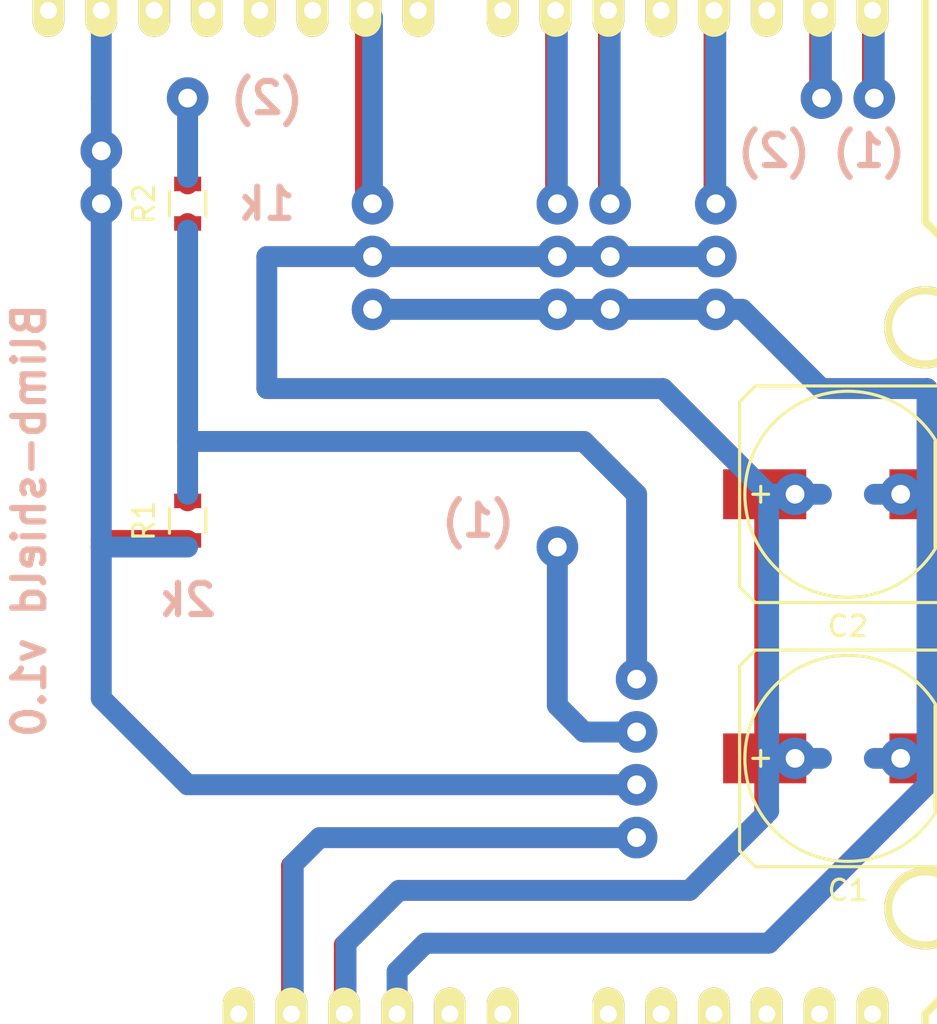
<source format=kicad_pcb>
(kicad_pcb (version 4) (host pcbnew 4.0.2-stable)

  (general
    (links 7)
    (no_connects 2)
    (area 5.364414 6.7596 81.581601 66.0836)
    (thickness 1.6)
    (drawings 6)
    (tracks 154)
    (zones 0)
    (modules 5)
    (nets 30)
  )

  (page A4)
  (layers
    (0 F.Cu signal hide)
    (31 B.Cu signal)
    (32 B.Adhes user hide)
    (33 F.Adhes user hide)
    (34 B.Paste user hide)
    (35 F.Paste user hide)
    (36 B.SilkS user)
    (37 F.SilkS user)
    (38 B.Mask user hide)
    (39 F.Mask user hide)
    (40 Dwgs.User user hide)
    (41 Cmts.User user hide)
    (42 Eco1.User user hide)
    (43 Eco2.User user hide)
    (44 Edge.Cuts user hide)
    (45 Margin user hide)
    (46 B.CrtYd user hide)
    (47 F.CrtYd user hide)
    (48 B.Fab user hide)
    (49 F.Fab user hide)
  )

  (setup
    (last_trace_width 1)
    (user_trace_width 1)
    (trace_clearance 0.2)
    (zone_clearance 0.508)
    (zone_45_only no)
    (trace_min 0.2)
    (segment_width 0.2)
    (edge_width 0.15)
    (via_size 0.6)
    (via_drill 0.4)
    (via_min_size 0.4)
    (via_min_drill 0.3)
    (user_via 1.4 0.9)
    (user_via 1.6 0.9)
    (user_via 2 0.9)
    (uvia_size 0.3)
    (uvia_drill 0.1)
    (uvias_allowed no)
    (uvia_min_size 0.2)
    (uvia_min_drill 0.1)
    (pcb_text_width 0.3)
    (pcb_text_size 1.5 1.5)
    (mod_edge_width 0.15)
    (mod_text_size 1 1)
    (mod_text_width 0.15)
    (pad_size 1.524 1.524)
    (pad_drill 0.762)
    (pad_to_mask_clearance 0.2)
    (aux_axis_origin 0 0)
    (visible_elements 7FFFFFFF)
    (pcbplotparams
      (layerselection 0x00000_80000000)
      (usegerberextensions false)
      (excludeedgelayer true)
      (linewidth 0.100000)
      (plotframeref false)
      (viasonmask false)
      (mode 1)
      (useauxorigin false)
      (hpglpennumber 1)
      (hpglpenspeed 20)
      (hpglpendiameter 15)
      (hpglpenoverlay 2)
      (psnegative false)
      (psa4output false)
      (plotreference true)
      (plotvalue true)
      (plotinvisibletext false)
      (padsonsilk false)
      (subtractmaskfromsilk false)
      (outputformat 4)
      (mirror true)
      (drillshape 2)
      (scaleselection 1)
      (outputdirectory " "))
  )

  (net 0 "")
  (net 1 "Net-(C1-Pad1)")
  (net 2 "Net-(C1-Pad2)")
  (net 3 "Net-(servo_bt_shield1-PadAD5)")
  (net 4 "Net-(servo_bt_shield1-PadAD4)")
  (net 5 "Net-(servo_bt_shield1-PadAD3)")
  (net 6 "Net-(servo_bt_shield1-PadAD0)")
  (net 7 "Net-(servo_bt_shield1-PadAD1)")
  (net 8 "Net-(servo_bt_shield1-PadAD2)")
  (net 9 "Net-(servo_bt_shield1-PadV_IN)")
  (net 10 "Net-(servo_bt_shield1-Pad3V3)")
  (net 11 "Net-(servo_bt_shield1-PadRST)")
  (net 12 "Net-(servo_bt_shield1-Pad0)")
  (net 13 "Net-(servo_bt_shield1-Pad2)")
  (net 14 "Net-(servo_bt_shield1-Pad3)")
  (net 15 "Net-(servo_bt_shield1-Pad4)")
  (net 16 "Net-(servo_bt_shield1-Pad5)")
  (net 17 "Net-(servo_bt_shield1-Pad6)")
  (net 18 "Net-(servo_bt_shield1-Pad7)")
  (net 19 "Net-(servo_bt_shield1-Pad8)")
  (net 20 "Net-(servo_bt_shield1-Pad9)")
  (net 21 "Net-(servo_bt_shield1-Pad10)")
  (net 22 "Net-(servo_bt_shield1-Pad11)")
  (net 23 "Net-(servo_bt_shield1-Pad12)")
  (net 24 "Net-(servo_bt_shield1-Pad13)")
  (net 25 "Net-(servo_bt_shield1-PadGND3)")
  (net 26 "Net-(servo_bt_shield1-PadAREF)")
  (net 27 "Net-(R1-Pad1)")
  (net 28 "Net-(R2-Pad2)")
  (net 29 "Net-(R1-Pad2)")

  (net_class Default "This is the default net class."
    (clearance 0.2)
    (trace_width 0.25)
    (via_dia 0.6)
    (via_drill 0.4)
    (uvia_dia 0.3)
    (uvia_drill 0.1)
    (add_net "Net-(R1-Pad1)")
    (add_net "Net-(R1-Pad2)")
    (add_net "Net-(R2-Pad2)")
  )

  (net_class testi ""
    (clearance 0.2)
    (trace_width 1)
    (via_dia 2)
    (via_drill 0.9)
    (uvia_dia 0.3)
    (uvia_drill 0.1)
    (add_net "Net-(C1-Pad1)")
    (add_net "Net-(C1-Pad2)")
    (add_net "Net-(servo_bt_shield1-Pad0)")
    (add_net "Net-(servo_bt_shield1-Pad10)")
    (add_net "Net-(servo_bt_shield1-Pad11)")
    (add_net "Net-(servo_bt_shield1-Pad12)")
    (add_net "Net-(servo_bt_shield1-Pad13)")
    (add_net "Net-(servo_bt_shield1-Pad2)")
    (add_net "Net-(servo_bt_shield1-Pad3)")
    (add_net "Net-(servo_bt_shield1-Pad3V3)")
    (add_net "Net-(servo_bt_shield1-Pad4)")
    (add_net "Net-(servo_bt_shield1-Pad5)")
    (add_net "Net-(servo_bt_shield1-Pad6)")
    (add_net "Net-(servo_bt_shield1-Pad7)")
    (add_net "Net-(servo_bt_shield1-Pad8)")
    (add_net "Net-(servo_bt_shield1-Pad9)")
    (add_net "Net-(servo_bt_shield1-PadAD0)")
    (add_net "Net-(servo_bt_shield1-PadAD1)")
    (add_net "Net-(servo_bt_shield1-PadAD2)")
    (add_net "Net-(servo_bt_shield1-PadAD3)")
    (add_net "Net-(servo_bt_shield1-PadAD4)")
    (add_net "Net-(servo_bt_shield1-PadAD5)")
    (add_net "Net-(servo_bt_shield1-PadAREF)")
    (add_net "Net-(servo_bt_shield1-PadGND3)")
    (add_net "Net-(servo_bt_shield1-PadRST)")
    (add_net "Net-(servo_bt_shield1-PadV_IN)")
  )

  (module "arduino_shields:ARDUINO SHIELD" (layer F.Cu) (tedit 56DD9891) (tstamp 56DD93D6)
    (at 12.6111 65.6336)
    (path /56DD8ABF)
    (fp_text reference servo_bt_shield1 (at 2.54 -57.15) (layer F.SilkS)
      (effects (font (thickness 0.3048)))
    )
    (fp_text value ARDUINO_SHIELD (at 5.08 -54.61) (layer F.SilkS) hide
      (effects (font (thickness 0.3048)))
    )
    (fp_line (start 66.04 -40.64) (end 66.04 -52.07) (layer F.SilkS) (width 0.381))
    (fp_line (start 66.04 -52.07) (end 64.77 -53.34) (layer F.SilkS) (width 0.381))
    (fp_line (start 64.77 -53.34) (end 0 -53.34) (layer F.SilkS) (width 0.381))
    (fp_line (start 66.04 0) (end 0 0) (layer F.SilkS) (width 0.381))
    (fp_line (start 0 0) (end 0 -53.34) (layer F.SilkS) (width 0.381))
    (fp_line (start 66.04 -40.64) (end 68.58 -38.1) (layer F.SilkS) (width 0.381))
    (fp_line (start 68.58 -38.1) (end 68.58 -5.08) (layer F.SilkS) (width 0.381))
    (fp_line (start 68.58 -5.08) (end 66.04 -2.54) (layer F.SilkS) (width 0.381))
    (fp_line (start 66.04 -2.54) (end 66.04 0) (layer F.SilkS) (width 0.381))
    (pad AD5 thru_hole oval (at 63.5 -2.54 90) (size 2.54 1.524) (drill 0.8128) (layers *.Cu *.Mask F.SilkS)
      (net 3 "Net-(servo_bt_shield1-PadAD5)"))
    (pad AD4 thru_hole oval (at 60.96 -2.54 90) (size 2.54 1.524) (drill 0.8128) (layers *.Cu *.Mask F.SilkS)
      (net 4 "Net-(servo_bt_shield1-PadAD4)"))
    (pad AD3 thru_hole oval (at 58.42 -2.54 90) (size 2.54 1.524) (drill 0.8128) (layers *.Cu *.Mask F.SilkS)
      (net 5 "Net-(servo_bt_shield1-PadAD3)"))
    (pad AD0 thru_hole oval (at 50.8 -2.54 90) (size 2.54 1.524) (drill 0.8128) (layers *.Cu *.Mask F.SilkS)
      (net 6 "Net-(servo_bt_shield1-PadAD0)"))
    (pad AD1 thru_hole oval (at 53.34 -2.54 90) (size 2.54 1.524) (drill 0.8128) (layers *.Cu *.Mask F.SilkS)
      (net 7 "Net-(servo_bt_shield1-PadAD1)"))
    (pad AD2 thru_hole oval (at 55.88 -2.54 90) (size 2.54 1.524) (drill 0.8128) (layers *.Cu *.Mask F.SilkS)
      (net 8 "Net-(servo_bt_shield1-PadAD2)"))
    (pad V_IN thru_hole oval (at 45.72 -2.54 90) (size 2.54 1.524) (drill 0.8128) (layers *.Cu *.Mask F.SilkS)
      (net 9 "Net-(servo_bt_shield1-PadV_IN)"))
    (pad GND2 thru_hole oval (at 43.18 -2.54 90) (size 2.54 1.524) (drill 0.8128) (layers *.Cu *.Mask F.SilkS)
      (net 27 "Net-(R1-Pad1)"))
    (pad GND1 thru_hole oval (at 40.64 -2.54 90) (size 2.54 1.524) (drill 0.8128) (layers *.Cu *.Mask F.SilkS)
      (net 2 "Net-(C1-Pad2)"))
    (pad 3V3 thru_hole oval (at 35.56 -2.54 90) (size 2.54 1.524) (drill 0.8128) (layers *.Cu *.Mask F.SilkS)
      (net 10 "Net-(servo_bt_shield1-Pad3V3)"))
    (pad RST thru_hole oval (at 33.02 -2.54 90) (size 2.54 1.524) (drill 0.8128) (layers *.Cu *.Mask F.SilkS)
      (net 11 "Net-(servo_bt_shield1-PadRST)"))
    (pad 0 thru_hole oval (at 63.5 -50.8 90) (size 2.54 1.524) (drill 0.8128) (layers *.Cu *.Mask F.SilkS)
      (net 12 "Net-(servo_bt_shield1-Pad0)"))
    (pad 1 thru_hole oval (at 60.96 -50.8 90) (size 2.54 1.524) (drill 0.8128) (layers *.Cu *.Mask F.SilkS)
      (net 28 "Net-(R2-Pad2)"))
    (pad 2 thru_hole oval (at 58.42 -50.8 90) (size 2.54 1.524) (drill 0.8128) (layers *.Cu *.Mask F.SilkS)
      (net 13 "Net-(servo_bt_shield1-Pad2)"))
    (pad 3 thru_hole oval (at 55.88 -50.8 90) (size 2.54 1.524) (drill 0.8128) (layers *.Cu *.Mask F.SilkS)
      (net 14 "Net-(servo_bt_shield1-Pad3)"))
    (pad 4 thru_hole oval (at 53.34 -50.8 90) (size 2.54 1.524) (drill 0.8128) (layers *.Cu *.Mask F.SilkS)
      (net 15 "Net-(servo_bt_shield1-Pad4)"))
    (pad 5 thru_hole oval (at 50.8 -50.8 90) (size 2.54 1.524) (drill 0.8128) (layers *.Cu *.Mask F.SilkS)
      (net 16 "Net-(servo_bt_shield1-Pad5)"))
    (pad 6 thru_hole oval (at 48.26 -50.8 90) (size 2.54 1.524) (drill 0.8128) (layers *.Cu *.Mask F.SilkS)
      (net 17 "Net-(servo_bt_shield1-Pad6)"))
    (pad 7 thru_hole oval (at 45.72 -50.8 90) (size 2.54 1.524) (drill 0.8128) (layers *.Cu *.Mask F.SilkS)
      (net 18 "Net-(servo_bt_shield1-Pad7)"))
    (pad 8 thru_hole oval (at 41.656 -50.8 90) (size 2.54 1.524) (drill 0.8128) (layers *.Cu *.Mask F.SilkS)
      (net 19 "Net-(servo_bt_shield1-Pad8)"))
    (pad 9 thru_hole oval (at 39.116 -50.8 90) (size 2.54 1.524) (drill 0.8128) (layers *.Cu *.Mask F.SilkS)
      (net 20 "Net-(servo_bt_shield1-Pad9)"))
    (pad 10 thru_hole oval (at 36.576 -50.8 90) (size 2.54 1.524) (drill 0.8128) (layers *.Cu *.Mask F.SilkS)
      (net 21 "Net-(servo_bt_shield1-Pad10)"))
    (pad 11 thru_hole oval (at 34.036 -50.8 90) (size 2.54 1.524) (drill 0.8128) (layers *.Cu *.Mask F.SilkS)
      (net 22 "Net-(servo_bt_shield1-Pad11)"))
    (pad 12 thru_hole oval (at 31.496 -50.8 90) (size 2.54 1.524) (drill 0.8128) (layers *.Cu *.Mask F.SilkS)
      (net 23 "Net-(servo_bt_shield1-Pad12)"))
    (pad 13 thru_hole oval (at 28.956 -50.8 90) (size 2.54 1.524) (drill 0.8128) (layers *.Cu *.Mask F.SilkS)
      (net 24 "Net-(servo_bt_shield1-Pad13)"))
    (pad GND3 thru_hole oval (at 26.416 -50.8 90) (size 2.54 1.524) (drill 0.8128) (layers *.Cu *.Mask F.SilkS)
      (net 25 "Net-(servo_bt_shield1-PadGND3)"))
    (pad AREF thru_hole oval (at 23.876 -50.8 90) (size 2.54 1.524) (drill 0.8128) (layers *.Cu *.Mask F.SilkS)
      (net 26 "Net-(servo_bt_shield1-PadAREF)"))
    (pad 5V thru_hole oval (at 38.1 -2.54 90) (size 2.54 1.524) (drill 0.8128) (layers *.Cu *.Mask F.SilkS)
      (net 1 "Net-(C1-Pad1)"))
    (pad "" thru_hole circle (at 66.04 -7.62 90) (size 3.937 3.937) (drill 3.175) (layers *.Cu *.Mask F.SilkS))
    (pad "" thru_hole circle (at 66.04 -35.56 90) (size 3.937 3.937) (drill 3.175) (layers *.Cu *.Mask F.SilkS))
    (pad "" thru_hole circle (at 15.24 -50.8 90) (size 3.937 3.937) (drill 3.175) (layers *.Cu *.Mask F.SilkS))
    (pad "" thru_hole circle (at 13.97 -2.54 90) (size 3.937 3.937) (drill 3.175) (layers *.Cu *.Mask F.SilkS))
  )

  (module Capacitors_SMD:c_elec_10x10.5 (layer F.Cu) (tedit 557297E9) (tstamp 56DD93AC)
    (at 74.93 50.8 180)
    (descr "SMT capacitor, aluminium electrolytic, 10x10.5")
    (path /56DD9146)
    (attr smd)
    (fp_text reference C1 (at 0 -6.35 180) (layer F.SilkS)
      (effects (font (size 1 1) (thickness 0.15)))
    )
    (fp_text value 220uF (at 0 6.35 180) (layer F.Fab)
      (effects (font (size 1 1) (thickness 0.15)))
    )
    (fp_line (start -6.35 -5.6) (end 6.35 -5.6) (layer F.CrtYd) (width 0.05))
    (fp_line (start 6.35 -5.6) (end 6.35 5.6) (layer F.CrtYd) (width 0.05))
    (fp_line (start 6.35 5.6) (end -6.35 5.6) (layer F.CrtYd) (width 0.05))
    (fp_line (start -6.35 5.6) (end -6.35 -5.6) (layer F.CrtYd) (width 0.05))
    (fp_line (start -4.826 1.016) (end -4.826 -1.016) (layer F.SilkS) (width 0.15))
    (fp_line (start -4.699 -1.397) (end -4.699 1.524) (layer F.SilkS) (width 0.15))
    (fp_line (start -4.572 1.778) (end -4.572 -1.778) (layer F.SilkS) (width 0.15))
    (fp_line (start -4.445 -2.159) (end -4.445 2.159) (layer F.SilkS) (width 0.15))
    (fp_line (start -4.318 2.413) (end -4.318 -2.413) (layer F.SilkS) (width 0.15))
    (fp_line (start -4.191 -2.54) (end -4.191 2.54) (layer F.SilkS) (width 0.15))
    (fp_line (start -5.207 -5.207) (end -5.207 5.207) (layer F.SilkS) (width 0.15))
    (fp_line (start -5.207 5.207) (end 4.445 5.207) (layer F.SilkS) (width 0.15))
    (fp_line (start 4.445 5.207) (end 5.207 4.445) (layer F.SilkS) (width 0.15))
    (fp_line (start 5.207 4.445) (end 5.207 -4.445) (layer F.SilkS) (width 0.15))
    (fp_line (start 5.207 -4.445) (end 4.445 -5.207) (layer F.SilkS) (width 0.15))
    (fp_line (start 4.445 -5.207) (end -5.207 -5.207) (layer F.SilkS) (width 0.15))
    (fp_line (start 4.572 0) (end 3.81 0) (layer F.SilkS) (width 0.15))
    (fp_line (start 4.191 -0.381) (end 4.191 0.381) (layer F.SilkS) (width 0.15))
    (fp_circle (center 0 0) (end 4.953 0) (layer F.SilkS) (width 0.15))
    (pad 1 smd rect (at 4.0005 0 180) (size 4.0005 2.4003) (layers F.Cu F.Paste F.Mask)
      (net 1 "Net-(C1-Pad1)"))
    (pad 2 smd rect (at -4.0005 0 180) (size 4.0005 2.4003) (layers F.Cu F.Paste F.Mask)
      (net 2 "Net-(C1-Pad2)"))
    (model Capacitors_SMD.3dshapes/c_elec_10x10.5.wrl
      (at (xyz 0 0 0))
      (scale (xyz 1 1 1))
      (rotate (xyz 0 0 0))
    )
  )

  (module Capacitors_SMD:c_elec_10x10.5 (layer F.Cu) (tedit 557297E9) (tstamp 56DD93B2)
    (at 74.93 38.1 180)
    (descr "SMT capacitor, aluminium electrolytic, 10x10.5")
    (path /56DD903F)
    (attr smd)
    (fp_text reference C2 (at 0 -6.35 180) (layer F.SilkS)
      (effects (font (size 1 1) (thickness 0.15)))
    )
    (fp_text value 220uF (at 0 6.35 180) (layer F.Fab)
      (effects (font (size 1 1) (thickness 0.15)))
    )
    (fp_line (start -6.35 -5.6) (end 6.35 -5.6) (layer F.CrtYd) (width 0.05))
    (fp_line (start 6.35 -5.6) (end 6.35 5.6) (layer F.CrtYd) (width 0.05))
    (fp_line (start 6.35 5.6) (end -6.35 5.6) (layer F.CrtYd) (width 0.05))
    (fp_line (start -6.35 5.6) (end -6.35 -5.6) (layer F.CrtYd) (width 0.05))
    (fp_line (start -4.826 1.016) (end -4.826 -1.016) (layer F.SilkS) (width 0.15))
    (fp_line (start -4.699 -1.397) (end -4.699 1.524) (layer F.SilkS) (width 0.15))
    (fp_line (start -4.572 1.778) (end -4.572 -1.778) (layer F.SilkS) (width 0.15))
    (fp_line (start -4.445 -2.159) (end -4.445 2.159) (layer F.SilkS) (width 0.15))
    (fp_line (start -4.318 2.413) (end -4.318 -2.413) (layer F.SilkS) (width 0.15))
    (fp_line (start -4.191 -2.54) (end -4.191 2.54) (layer F.SilkS) (width 0.15))
    (fp_line (start -5.207 -5.207) (end -5.207 5.207) (layer F.SilkS) (width 0.15))
    (fp_line (start -5.207 5.207) (end 4.445 5.207) (layer F.SilkS) (width 0.15))
    (fp_line (start 4.445 5.207) (end 5.207 4.445) (layer F.SilkS) (width 0.15))
    (fp_line (start 5.207 4.445) (end 5.207 -4.445) (layer F.SilkS) (width 0.15))
    (fp_line (start 5.207 -4.445) (end 4.445 -5.207) (layer F.SilkS) (width 0.15))
    (fp_line (start 4.445 -5.207) (end -5.207 -5.207) (layer F.SilkS) (width 0.15))
    (fp_line (start 4.572 0) (end 3.81 0) (layer F.SilkS) (width 0.15))
    (fp_line (start 4.191 -0.381) (end 4.191 0.381) (layer F.SilkS) (width 0.15))
    (fp_circle (center 0 0) (end 4.953 0) (layer F.SilkS) (width 0.15))
    (pad 1 smd rect (at 4.0005 0 180) (size 4.0005 2.4003) (layers F.Cu F.Paste F.Mask)
      (net 1 "Net-(C1-Pad1)"))
    (pad 2 smd rect (at -4.0005 0 180) (size 4.0005 2.4003) (layers F.Cu F.Paste F.Mask)
      (net 2 "Net-(C1-Pad2)"))
    (model Capacitors_SMD.3dshapes/c_elec_10x10.5.wrl
      (at (xyz 0 0 0))
      (scale (xyz 1 1 1))
      (rotate (xyz 0 0 0))
    )
  )

  (module Resistors_SMD:R_0805 (layer F.Cu) (tedit 5415CDEB) (tstamp 56FCDC71)
    (at 43.18 39.37 90)
    (descr "Resistor SMD 0805, reflow soldering, Vishay (see dcrcw.pdf)")
    (tags "resistor 0805")
    (path /56FCD8C5)
    (attr smd)
    (fp_text reference R1 (at 0 -2.1 90) (layer F.SilkS)
      (effects (font (size 1 1) (thickness 0.15)))
    )
    (fp_text value 2k (at 0 2.1 90) (layer F.Fab)
      (effects (font (size 1 1) (thickness 0.15)))
    )
    (fp_line (start -1.6 -1) (end 1.6 -1) (layer F.CrtYd) (width 0.05))
    (fp_line (start -1.6 1) (end 1.6 1) (layer F.CrtYd) (width 0.05))
    (fp_line (start -1.6 -1) (end -1.6 1) (layer F.CrtYd) (width 0.05))
    (fp_line (start 1.6 -1) (end 1.6 1) (layer F.CrtYd) (width 0.05))
    (fp_line (start 0.6 0.875) (end -0.6 0.875) (layer F.SilkS) (width 0.15))
    (fp_line (start -0.6 -0.875) (end 0.6 -0.875) (layer F.SilkS) (width 0.15))
    (pad 1 smd rect (at -0.95 0 90) (size 0.7 1.3) (layers F.Cu F.Paste F.Mask)
      (net 27 "Net-(R1-Pad1)"))
    (pad 2 smd rect (at 0.95 0 90) (size 0.7 1.3) (layers F.Cu F.Paste F.Mask)
      (net 29 "Net-(R1-Pad2)"))
    (model Resistors_SMD.3dshapes/R_0805.wrl
      (at (xyz 0 0 0))
      (scale (xyz 1 1 1))
      (rotate (xyz 0 0 0))
    )
  )

  (module Resistors_SMD:R_0805 (layer F.Cu) (tedit 5415CDEB) (tstamp 56FCDC77)
    (at 43.18 24.13 90)
    (descr "Resistor SMD 0805, reflow soldering, Vishay (see dcrcw.pdf)")
    (tags "resistor 0805")
    (path /56FCD874)
    (attr smd)
    (fp_text reference R2 (at 0 -2.1 90) (layer F.SilkS)
      (effects (font (size 1 1) (thickness 0.15)))
    )
    (fp_text value 1k (at 0 2.1 90) (layer F.Fab)
      (effects (font (size 1 1) (thickness 0.15)))
    )
    (fp_line (start -1.6 -1) (end 1.6 -1) (layer F.CrtYd) (width 0.05))
    (fp_line (start -1.6 1) (end 1.6 1) (layer F.CrtYd) (width 0.05))
    (fp_line (start -1.6 -1) (end -1.6 1) (layer F.CrtYd) (width 0.05))
    (fp_line (start 1.6 -1) (end 1.6 1) (layer F.CrtYd) (width 0.05))
    (fp_line (start 0.6 0.875) (end -0.6 0.875) (layer F.SilkS) (width 0.15))
    (fp_line (start -0.6 -0.875) (end 0.6 -0.875) (layer F.SilkS) (width 0.15))
    (pad 1 smd rect (at -0.95 0 90) (size 0.7 1.3) (layers F.Cu F.Paste F.Mask)
      (net 29 "Net-(R1-Pad2)"))
    (pad 2 smd rect (at 0.95 0 90) (size 0.7 1.3) (layers F.Cu F.Paste F.Mask)
      (net 28 "Net-(R2-Pad2)"))
    (model Resistors_SMD.3dshapes/R_0805.wrl
      (at (xyz 0 0 0))
      (scale (xyz 1 1 1))
      (rotate (xyz 0 0 0))
    )
  )

  (gr_text "Blimb-shield v1.0" (at 35.56 39.37 90) (layer B.SilkS)
    (effects (font (size 1.5 1.5) (thickness 0.3)) (justify mirror))
  )
  (gr_text 1k (at 46.99 24.13) (layer B.SilkS)
    (effects (font (size 1.5 1.5) (thickness 0.3)) (justify mirror))
  )
  (gr_text 2k (at 43.18 43.18) (layer B.SilkS)
    (effects (font (size 1.5 1.5) (thickness 0.3)) (justify mirror))
  )
  (gr_text "(1)" (at 57.15 39.37) (layer B.SilkS)
    (effects (font (size 1.5 1.5) (thickness 0.3)) (justify mirror))
  )
  (gr_text "(2)" (at 46.99 19.05) (layer B.SilkS)
    (effects (font (size 1.5 1.5) (thickness 0.3)) (justify mirror))
  )
  (gr_text "(1) (2)" (at 73.66 21.59) (layer B.SilkS)
    (effects (font (size 1.5 1.5) (thickness 0.3)) (justify mirror))
  )

  (segment (start 64.77 49.53) (end 62.23 49.53) (width 1) (layer B.Cu) (net 0))
  (segment (start 62.23 49.53) (end 60.96 48.26) (width 1) (layer F.Cu) (net 0) (tstamp 56FCDF7F))
  (segment (start 60.96 48.26) (end 60.96 40.64) (width 1) (layer F.Cu) (net 0) (tstamp 56FCDF85))
  (via (at 60.96 40.64) (size 2) (drill 0.9) (layers F.Cu B.Cu) (net 0))
  (via (at 64.77 49.53) (size 2) (drill 0.9) (layers F.Cu B.Cu) (net 0))
  (segment (start 64.77 49.53) (end 62.23 49.53) (width 1) (layer F.Cu) (net 0))
  (segment (start 60.96 48.26) (end 60.96 40.64) (width 1) (layer B.Cu) (net 0) (tstamp 56FCE2B0))
  (segment (start 62.23 49.53) (end 60.96 48.26) (width 1) (layer B.Cu) (net 0) (tstamp 56FCE2AF))
  (segment (start 72.39 38.1) (end 70.9295 38.1) (width 1) (layer F.Cu) (net 1) (tstamp 56FFA0FB))
  (via (at 72.39 38.1) (size 2) (drill 0.9) (layers F.Cu B.Cu) (net 1))
  (segment (start 72.39 50.8) (end 70.9295 50.8) (width 1) (layer F.Cu) (net 1) (tstamp 56FFA0C8))
  (via (at 72.39 50.8) (size 2) (drill 0.9) (layers F.Cu B.Cu) (net 1))
  (segment (start 68.58 26.67) (end 63.5 26.67) (width 1) (layer F.Cu) (net 1))
  (via (at 63.5 26.67) (size 2) (drill 0.9) (layers F.Cu B.Cu) (net 1))
  (segment (start 60.96 26.67) (end 52.07 26.67) (width 1) (layer F.Cu) (net 1))
  (via (at 52.07 26.67) (size 2) (drill 0.9) (layers F.Cu B.Cu) (net 1))
  (segment (start 46.99 26.67) (end 52.07 26.67) (width 1) (layer F.Cu) (net 1) (tstamp 56DDA20E))
  (segment (start 46.99 33.02) (end 46.99 26.67) (width 1) (layer F.Cu) (net 1) (tstamp 56DDA1B9))
  (segment (start 66.04 33.02) (end 46.99 33.02) (width 1) (layer F.Cu) (net 1) (tstamp 56DDA1B6))
  (segment (start 70.9295 37.9095) (end 66.04 33.02) (width 1) (layer F.Cu) (net 1) (tstamp 56DDA1B5))
  (via (at 60.96 26.67) (size 2) (drill 0.9) (layers F.Cu B.Cu) (net 1))
  (segment (start 63.5 26.67) (end 60.96 26.67) (width 1) (layer F.Cu) (net 1))
  (via (at 68.58 26.67) (size 2) (drill 0.9) (layers F.Cu B.Cu) (net 1))
  (segment (start 50.7111 63.0936) (end 50.7111 59.7789) (width 1) (layer F.Cu) (net 1))
  (segment (start 50.7111 59.7789) (end 53.34 57.15) (width 1) (layer F.Cu) (net 1) (tstamp 56DDA3A6))
  (segment (start 53.34 57.15) (end 67.31 57.15) (width 1) (layer F.Cu) (net 1) (tstamp 56DDA3A9))
  (segment (start 67.31 57.15) (end 70.9295 53.5305) (width 1) (layer F.Cu) (net 1) (tstamp 56DDA3AD))
  (segment (start 70.9295 53.5305) (end 70.9295 50.8) (width 1) (layer F.Cu) (net 1) (tstamp 56DDA3B4))
  (segment (start 70.9295 50.8) (end 70.9295 37.9095) (width 1) (layer F.Cu) (net 1) (tstamp 56DDA1B4))
  (segment (start 71.12 38.1) (end 72.39 38.1) (width 1) (layer B.Cu) (net 1))
  (segment (start 71.12 38.1) (end 73.66 38.1) (width 1) (layer B.Cu) (net 1))
  (segment (start 71.12 50.8) (end 72.39 50.8) (width 1) (layer B.Cu) (net 1))
  (segment (start 71.12 50.8) (end 73.66 50.8) (width 1) (layer B.Cu) (net 1))
  (segment (start 71.12 50.8) (end 71.12 53.34) (width 1) (layer B.Cu) (net 1) (tstamp 56FCE28E))
  (segment (start 71.12 53.34) (end 67.31 57.15) (width 1) (layer B.Cu) (net 1) (tstamp 56FCE292))
  (segment (start 67.31 57.15) (end 53.34 57.15) (width 1) (layer B.Cu) (net 1) (tstamp 56FCE293))
  (segment (start 53.34 57.15) (end 50.8 59.69) (width 1) (layer B.Cu) (net 1) (tstamp 56FCE294))
  (segment (start 50.8 59.69) (end 50.8 63.0047) (width 1) (layer B.Cu) (net 1) (tstamp 56FCE295))
  (segment (start 68.58 26.67) (end 46.99 26.67) (width 1) (layer B.Cu) (net 1))
  (segment (start 46.99 26.67) (end 46.99 33.02) (width 1) (layer B.Cu) (net 1) (tstamp 56FCE289))
  (segment (start 46.99 33.02) (end 66.04 33.02) (width 1) (layer B.Cu) (net 1) (tstamp 56FCE28A))
  (segment (start 66.04 33.02) (end 71.12 38.1) (width 1) (layer B.Cu) (net 1) (tstamp 56FCE28B))
  (segment (start 71.12 38.1) (end 71.12 50.8) (width 1) (layer B.Cu) (net 1) (tstamp 56FCE28D))
  (segment (start 50.8 63.0047) (end 50.7111 63.0936) (width 1) (layer B.Cu) (net 1) (tstamp 56FCE296))
  (segment (start 77.47 38.1) (end 78.9305 38.1) (width 1) (layer F.Cu) (net 2) (tstamp 56FFA0F6))
  (via (at 77.47 38.1) (size 2) (drill 0.9) (layers F.Cu B.Cu) (net 2))
  (segment (start 77.47 50.8) (end 78.9305 50.8) (width 1) (layer F.Cu) (net 2) (tstamp 56FFA0CE))
  (via (at 77.47 50.8) (size 2) (drill 0.9) (layers F.Cu B.Cu) (net 2))
  (via (at 52.07 29.21) (size 2) (drill 0.9) (layers F.Cu B.Cu) (net 2))
  (segment (start 60.96 29.21) (end 63.5 29.21) (width 1) (layer F.Cu) (net 2))
  (via (at 63.5 29.21) (size 2) (drill 0.9) (layers F.Cu B.Cu) (net 2))
  (segment (start 78.74 33.02) (end 78.74 38.1) (width 1) (layer F.Cu) (net 2) (tstamp 56DDA0D1))
  (via (at 68.58 29.21) (size 2) (drill 0.9) (layers F.Cu B.Cu) (net 2))
  (segment (start 69.85 29.21) (end 68.58 29.21) (width 1) (layer F.Cu) (net 2) (tstamp 56DDA0FA))
  (segment (start 73.66 33.02) (end 69.85 29.21) (width 1) (layer F.Cu) (net 2) (tstamp 56DDA0D7))
  (segment (start 78.74 33.02) (end 73.66 33.02) (width 1) (layer F.Cu) (net 2) (tstamp 56DDA0D5))
  (segment (start 63.5 29.21) (end 68.58 29.21) (width 1) (layer F.Cu) (net 2))
  (via (at 60.96 29.21) (size 2) (drill 0.9) (layers F.Cu B.Cu) (net 2))
  (segment (start 52.07 29.21) (end 60.96 29.21) (width 1) (layer F.Cu) (net 2))
  (segment (start 53.2511 63.0936) (end 53.2511 61.0489) (width 1) (layer F.Cu) (net 2))
  (segment (start 78.74 52.07) (end 78.74 38.1) (width 1) (layer F.Cu) (net 2) (tstamp 56DDA0CF))
  (segment (start 71.12 59.69) (end 78.74 52.07) (width 1) (layer F.Cu) (net 2) (tstamp 56DDA0CD))
  (segment (start 54.61 59.69) (end 71.12 59.69) (width 1) (layer F.Cu) (net 2) (tstamp 56DDA0CC))
  (segment (start 53.2511 61.0489) (end 54.61 59.69) (width 1) (layer F.Cu) (net 2) (tstamp 56DDA0CB))
  (segment (start 53.2511 63.0936) (end 53.2511 62.3189) (width 1) (layer F.Cu) (net 2))
  (segment (start 78.74 38.1) (end 77.47 38.1) (width 1) (layer B.Cu) (net 2))
  (segment (start 78.74 38.1) (end 76.2 38.1) (width 1) (layer B.Cu) (net 2))
  (segment (start 78.74 50.8) (end 77.47 50.8) (width 1) (layer B.Cu) (net 2))
  (segment (start 78.74 50.8) (end 76.2 50.8) (width 1) (layer B.Cu) (net 2))
  (segment (start 53.2511 63.0936) (end 53.2511 61.0489) (width 1) (layer B.Cu) (net 2))
  (segment (start 69.85 29.21) (end 52.07 29.21) (width 1) (layer B.Cu) (net 2) (tstamp 56FCE2AA))
  (segment (start 73.66 33.02) (end 69.85 29.21) (width 1) (layer B.Cu) (net 2) (tstamp 56FCE2A9))
  (segment (start 78.74 33.02) (end 73.66 33.02) (width 1) (layer B.Cu) (net 2) (tstamp 56FCE2A6))
  (segment (start 78.74 52.07) (end 78.74 50.8) (width 1) (layer B.Cu) (net 2) (tstamp 56FCE2A4))
  (segment (start 78.74 50.8) (end 78.74 38.1) (width 1) (layer B.Cu) (net 2) (tstamp 56FFA083))
  (segment (start 78.74 38.1) (end 78.74 33.02) (width 1) (layer B.Cu) (net 2) (tstamp 56FFA0EE))
  (segment (start 71.12 59.69) (end 78.74 52.07) (width 1) (layer B.Cu) (net 2) (tstamp 56FCE2A3))
  (segment (start 54.61 59.69) (end 71.12 59.69) (width 1) (layer B.Cu) (net 2) (tstamp 56FCE2A2))
  (segment (start 53.2511 61.0489) (end 54.61 59.69) (width 1) (layer B.Cu) (net 2) (tstamp 56FCE2A1))
  (segment (start 48.1711 63.0936) (end 48.1711 55.9689) (width 1) (layer F.Cu) (net 10))
  (segment (start 64.77 54.61) (end 49.53 54.61) (width 1) (layer F.Cu) (net 10) (tstamp 56DDA409))
  (segment (start 48.1711 55.9689) (end 49.53 54.61) (width 1) (layer F.Cu) (net 10) (tstamp 56DDA405))
  (via (at 64.77 54.61) (size 2) (drill 0.9) (layers F.Cu B.Cu) (net 10))
  (segment (start 64.77 54.61) (end 49.53 54.61) (width 1) (layer B.Cu) (net 10))
  (segment (start 48.26 55.88) (end 48.26 63.0047) (width 1) (layer B.Cu) (net 10) (tstamp 56FCE29B))
  (segment (start 49.53 54.61) (end 48.26 55.88) (width 1) (layer B.Cu) (net 10) (tstamp 56FCE29A))
  (segment (start 48.26 63.0047) (end 48.1711 63.0936) (width 1) (layer B.Cu) (net 10) (tstamp 56FCE29C))
  (segment (start 76.1111 18.9611) (end 76.2 19.05) (width 1) (layer F.Cu) (net 12) (tstamp 56FCE00A))
  (via (at 76.2 19.05) (size 2) (drill 0.9) (layers F.Cu B.Cu) (net 12))
  (segment (start 76.1111 18.9611) (end 76.1111 14.8336) (width 1) (layer F.Cu) (net 12))
  (segment (start 76.2 14.9225) (end 76.2 19.05) (width 1) (layer B.Cu) (net 12))
  (segment (start 76.2 14.9225) (end 76.1111 14.8336) (width 1) (layer B.Cu) (net 12) (tstamp 56FCE27A))
  (segment (start 68.4911 24.0411) (end 68.58 24.13) (width 1) (layer F.Cu) (net 14) (tstamp 56DD9F22))
  (via (at 68.58 24.13) (size 2) (drill 0.9) (layers F.Cu B.Cu) (net 14))
  (segment (start 68.4911 24.0411) (end 68.4911 14.8336) (width 1) (layer F.Cu) (net 14))
  (segment (start 68.58 14.9225) (end 68.58 24.13) (width 1) (layer B.Cu) (net 14))
  (segment (start 68.58 14.9225) (end 68.4911 14.8336) (width 1) (layer B.Cu) (net 14) (tstamp 56FCE27D))
  (segment (start 63.4111 24.0411) (end 63.5 24.13) (width 1) (layer F.Cu) (net 16) (tstamp 56DD9F1B))
  (via (at 63.5 24.13) (size 2) (drill 0.9) (layers F.Cu B.Cu) (net 16))
  (segment (start 63.4111 24.0411) (end 63.4111 14.8336) (width 1) (layer F.Cu) (net 16))
  (segment (start 63.5 14.9225) (end 63.5 24.13) (width 1) (layer B.Cu) (net 16))
  (segment (start 63.5 14.9225) (end 63.4111 14.8336) (width 1) (layer B.Cu) (net 16) (tstamp 56FCE280))
  (segment (start 60.8711 24.0411) (end 60.96 24.13) (width 1) (layer F.Cu) (net 17) (tstamp 56DD9F0D))
  (via (at 60.96 24.13) (size 2) (drill 0.9) (layers F.Cu B.Cu) (net 17))
  (segment (start 60.8711 24.0411) (end 60.8711 14.8336) (width 1) (layer F.Cu) (net 17))
  (segment (start 60.96 14.9225) (end 60.96 24.13) (width 1) (layer B.Cu) (net 17))
  (segment (start 60.96 14.9225) (end 60.8711 14.8336) (width 1) (layer B.Cu) (net 17) (tstamp 56FCE283))
  (segment (start 51.7271 23.7871) (end 52.07 24.13) (width 1) (layer F.Cu) (net 20) (tstamp 56DD9F03))
  (via (at 52.07 24.13) (size 2) (drill 0.9) (layers F.Cu B.Cu) (net 20))
  (segment (start 51.7271 23.7871) (end 51.7271 14.8336) (width 1) (layer F.Cu) (net 20))
  (segment (start 52.07 15.1765) (end 52.07 24.13) (width 1) (layer B.Cu) (net 20))
  (segment (start 52.07 15.1765) (end 51.7271 14.8336) (width 1) (layer B.Cu) (net 20) (tstamp 56FCE286))
  (segment (start 39.0271 14.8336) (end 39.0271 19.05) (width 1) (layer B.Cu) (net 25))
  (segment (start 39.0271 19.05) (end 39.0271 21.59) (width 1) (layer B.Cu) (net 25))
  (via (at 39.0271 24.13) (size 2) (drill 0.9) (layers F.Cu B.Cu) (net 25))
  (via (at 39.0271 21.59) (size 2) (drill 0.9) (layers F.Cu B.Cu) (net 25))
  (segment (start 39.0271 40.64) (end 39.0271 24.13) (width 1) (layer F.Cu) (net 25) (tstamp 56FCDE7D))
  (segment (start 39.0271 21.59) (end 39.0271 24.13) (width 1) (layer F.Cu) (net 25) (tstamp 56DDA5BB))
  (segment (start 39.0271 47.9171) (end 39.0271 40.64) (width 1) (layer F.Cu) (net 25) (tstamp 56DDA5DC))
  (segment (start 39.0271 47.9171) (end 43.18 52.07) (width 1) (layer F.Cu) (net 25) (tstamp 56DDA440))
  (segment (start 64.77 52.07) (end 43.18 52.07) (width 1) (layer F.Cu) (net 25) (tstamp 56DDA44B))
  (via (at 64.77 52.07) (size 2) (drill 0.9) (layers F.Cu B.Cu) (net 25))
  (segment (start 39.37 40.64) (end 39.0271 40.64) (width 1) (layer F.Cu) (net 25) (tstamp 56FCDE7C))
  (segment (start 39.3471 40.64) (end 39.37 40.64) (width 1) (layer F.Cu) (net 25) (tstamp 56FCDE7B))
  (segment (start 39.0271 40.32) (end 39.3471 40.64) (width 1) (layer F.Cu) (net 25) (tstamp 56FCDE7A))
  (segment (start 39.0271 24.13) (end 39.0271 40.64) (width 1) (layer B.Cu) (net 25))
  (segment (start 39.0271 21.59) (end 39.0271 24.13) (width 1) (layer B.Cu) (net 25))
  (segment (start 39.0271 24.13) (end 39.37 24.13) (width 1) (layer B.Cu) (net 25) (tstamp 56DDA5DF))
  (segment (start 39.0271 21.59) (end 39.37 21.59) (width 1) (layer B.Cu) (net 25) (tstamp 56DDA5BE))
  (segment (start 43.18 40.64) (end 39.0271 40.64) (width 1) (layer B.Cu) (net 25))
  (segment (start 39.0271 40.64) (end 39.0271 47.9171) (width 1) (layer B.Cu) (net 25) (tstamp 56FCE26A))
  (segment (start 39.0271 47.9171) (end 43.18 52.07) (width 1) (layer B.Cu) (net 25) (tstamp 56FCE256))
  (segment (start 43.18 52.07) (end 64.77 52.07) (width 1) (layer B.Cu) (net 25) (tstamp 56FCE258))
  (segment (start 43.18 40.32) (end 39.0271 40.32) (width 1) (layer F.Cu) (net 27))
  (segment (start 73.5711 18.9611) (end 73.66 19.05) (width 1) (layer F.Cu) (net 28) (tstamp 56FCE003))
  (via (at 73.66 19.05) (size 2) (drill 0.9) (layers F.Cu B.Cu) (net 28))
  (segment (start 73.5711 18.9611) (end 73.5711 14.8336) (width 1) (layer F.Cu) (net 28))
  (segment (start 43.18 22.86) (end 43.18 19.05) (width 1) (layer B.Cu) (net 28))
  (via (at 43.18 19.05) (size 2) (drill 0.9) (layers F.Cu B.Cu) (net 28))
  (segment (start 43.18 23.18) (end 43.18 19.05) (width 1) (layer F.Cu) (net 28))
  (segment (start 73.66 14.9225) (end 73.66 19.05) (width 1) (layer B.Cu) (net 28))
  (segment (start 73.66 14.9225) (end 73.5711 14.8336) (width 1) (layer B.Cu) (net 28) (tstamp 56FCE277))
  (segment (start 43.18 35.56) (end 62.23 35.56) (width 1) (layer B.Cu) (net 29))
  (segment (start 62.23 35.56) (end 64.77 38.1) (width 1) (layer F.Cu) (net 29) (tstamp 56FCDF6A))
  (segment (start 64.77 38.1) (end 64.77 46.99) (width 1) (layer F.Cu) (net 29) (tstamp 56FCDF6D))
  (via (at 64.77 46.99) (size 2) (drill 0.9) (layers F.Cu B.Cu) (net 29))
  (segment (start 43.18 35.56) (end 62.23 35.56) (width 1) (layer F.Cu) (net 29))
  (segment (start 64.77 38.1) (end 64.77 46.99) (width 1) (layer B.Cu) (net 29) (tstamp 56FCE2B6))
  (segment (start 62.23 35.56) (end 64.77 38.1) (width 1) (layer B.Cu) (net 29) (tstamp 56FCE2B5))
  (segment (start 43.18 38.1) (end 43.18 35.56) (width 1) (layer B.Cu) (net 29))
  (segment (start 43.18 35.56) (end 43.18 25.4) (width 1) (layer B.Cu) (net 29) (tstamp 56FCE2B3))
  (segment (start 43.18 38.42) (end 43.18 35.56) (width 1) (layer F.Cu) (net 29))
  (segment (start 43.18 35.56) (end 43.18 25.4) (width 1) (layer F.Cu) (net 29) (tstamp 56FCDF68))
  (segment (start 43.18 25.4) (end 43.18 25.08) (width 1) (layer F.Cu) (net 29) (tstamp 56FCDEA1))

)

</source>
